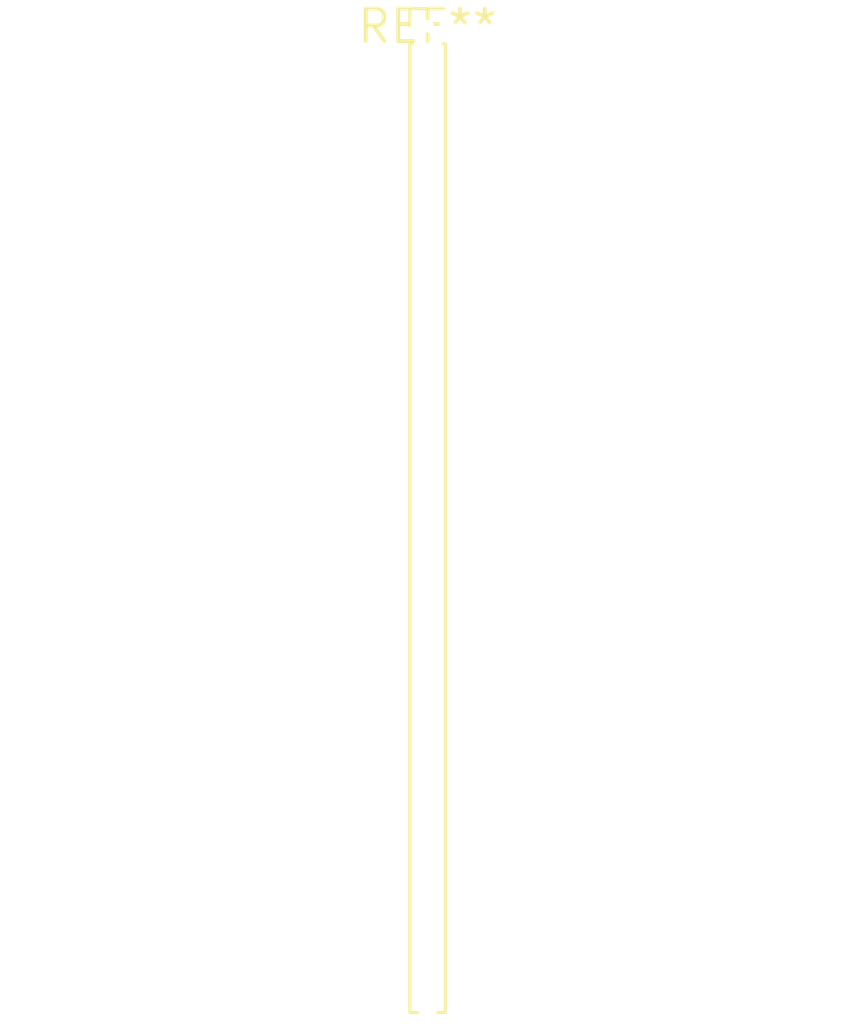
<source format=kicad_pcb>
(kicad_pcb (version 20240108) (generator pcbnew)
  (layers (0 "F.Cu" signal) (31 "B.Cu" signal) (34 "B.Paste" user) (35 "F.Paste" user) (36 "B.SilkS" user "B.Silkscreen") (37 "F.SilkS" user "F.Silkscreen") (38 "B.Mask" user) (39 "F.Mask" user) (44 "Edge.Cuts" user))
  (net 0 "")
  (footprint "PinHeader_1x39_P1.00mm_Vertical" (layer "F.Cu") (at 0 0)
    (property "Reference" "REF**")
    (property "Value" "PinHeader_1x39_P1.00mm_Vertical")
    (fp_line (start -0.695 -0.685) (end 0 -0.685) (layer "F.SilkS") (stroke (width 0.12)))
    (fp_line (start -0.695 0) (end -0.695 -0.685) (layer "F.SilkS") (stroke (width 0.12)))
    (fp_line (start -0.695 0.685) (end -0.695 38.56) (layer "F.SilkS") (stroke (width 0.12)))
    (fp_line (start -0.695 0.685) (end -0.608276 0.685) (layer "F.SilkS") (stroke (width 0.12)))
    (fp_line (start -0.695 38.56) (end -0.394493 38.56) (layer "F.SilkS") (stroke (width 0.12)))
    (fp_line (start 0.394493 38.56) (end 0.695 38.56) (layer "F.SilkS") (stroke (width 0.12)))
    (fp_line (start 0.608276 0.685) (end 0.695 0.685) (layer "F.SilkS") (stroke (width 0.12)))
    (fp_line (start 0.695 0.685) (end 0.695 38.56) (layer "F.SilkS") (stroke (width 0.12)))
    (pad "1" thru_hole rect (at 0 0) (size 0.85 0.85) (drill 0.5) (layers *.Cu *.Mask) (remove_unused_layers))
    (pad "2" thru_hole oval (at 0 1) (size 0.85 0.85) (drill 0.5) (layers *.Cu *.Mask) (remove_unused_layers))
    (pad "3" thru_hole oval (at 0 2) (size 0.85 0.85) (drill 0.5) (layers *.Cu *.Mask) (remove_unused_layers))
    (pad "4" thru_hole oval (at 0 3) (size 0.85 0.85) (drill 0.5) (layers *.Cu *.Mask) (remove_unused_layers))
    (pad "5" thru_hole oval (at 0 4) (size 0.85 0.85) (drill 0.5) (layers *.Cu *.Mask) (remove_unused_layers))
    (pad "6" thru_hole oval (at 0 5) (size 0.85 0.85) (drill 0.5) (layers *.Cu *.Mask) (remove_unused_layers))
    (pad "7" thru_hole oval (at 0 6) (size 0.85 0.85) (drill 0.5) (layers *.Cu *.Mask) (remove_unused_layers))
    (pad "8" thru_hole oval (at 0 7) (size 0.85 0.85) (drill 0.5) (layers *.Cu *.Mask) (remove_unused_layers))
    (pad "9" thru_hole oval (at 0 8) (size 0.85 0.85) (drill 0.5) (layers *.Cu *.Mask) (remove_unused_layers))
    (pad "10" thru_hole oval (at 0 9) (size 0.85 0.85) (drill 0.5) (layers *.Cu *.Mask) (remove_unused_layers))
    (pad "11" thru_hole oval (at 0 10) (size 0.85 0.85) (drill 0.5) (layers *.Cu *.Mask) (remove_unused_layers))
    (pad "12" thru_hole oval (at 0 11) (size 0.85 0.85) (drill 0.5) (layers *.Cu *.Mask) (remove_unused_layers))
    (pad "13" thru_hole oval (at 0 12) (size 0.85 0.85) (drill 0.5) (layers *.Cu *.Mask) (remove_unused_layers))
    (pad "14" thru_hole oval (at 0 13) (size 0.85 0.85) (drill 0.5) (layers *.Cu *.Mask) (remove_unused_layers))
    (pad "15" thru_hole oval (at 0 14) (size 0.85 0.85) (drill 0.5) (layers *.Cu *.Mask) (remove_unused_layers))
    (pad "16" thru_hole oval (at 0 15) (size 0.85 0.85) (drill 0.5) (layers *.Cu *.Mask) (remove_unused_layers))
    (pad "17" thru_hole oval (at 0 16) (size 0.85 0.85) (drill 0.5) (layers *.Cu *.Mask) (remove_unused_layers))
    (pad "18" thru_hole oval (at 0 17) (size 0.85 0.85) (drill 0.5) (layers *.Cu *.Mask) (remove_unused_layers))
    (pad "19" thru_hole oval (at 0 18) (size 0.85 0.85) (drill 0.5) (layers *.Cu *.Mask) (remove_unused_layers))
    (pad "20" thru_hole oval (at 0 19) (size 0.85 0.85) (drill 0.5) (layers *.Cu *.Mask) (remove_unused_layers))
    (pad "21" thru_hole oval (at 0 20) (size 0.85 0.85) (drill 0.5) (layers *.Cu *.Mask) (remove_unused_layers))
    (pad "22" thru_hole oval (at 0 21) (size 0.85 0.85) (drill 0.5) (layers *.Cu *.Mask) (remove_unused_layers))
    (pad "23" thru_hole oval (at 0 22) (size 0.85 0.85) (drill 0.5) (layers *.Cu *.Mask) (remove_unused_layers))
    (pad "24" thru_hole oval (at 0 23) (size 0.85 0.85) (drill 0.5) (layers *.Cu *.Mask) (remove_unused_layers))
    (pad "25" thru_hole oval (at 0 24) (size 0.85 0.85) (drill 0.5) (layers *.Cu *.Mask) (remove_unused_layers))
    (pad "26" thru_hole oval (at 0 25) (size 0.85 0.85) (drill 0.5) (layers *.Cu *.Mask) (remove_unused_layers))
    (pad "27" thru_hole oval (at 0 26) (size 0.85 0.85) (drill 0.5) (layers *.Cu *.Mask) (remove_unused_layers))
    (pad "28" thru_hole oval (at 0 27) (size 0.85 0.85) (drill 0.5) (layers *.Cu *.Mask) (remove_unused_layers))
    (pad "29" thru_hole oval (at 0 28) (size 0.85 0.85) (drill 0.5) (layers *.Cu *.Mask) (remove_unused_layers))
    (pad "30" thru_hole oval (at 0 29) (size 0.85 0.85) (drill 0.5) (layers *.Cu *.Mask) (remove_unused_layers))
    (pad "31" thru_hole oval (at 0 30) (size 0.85 0.85) (drill 0.5) (layers *.Cu *.Mask) (remove_unused_layers))
    (pad "32" thru_hole oval (at 0 31) (size 0.85 0.85) (drill 0.5) (layers *.Cu *.Mask) (remove_unused_layers))
    (pad "33" thru_hole oval (at 0 32) (size 0.85 0.85) (drill 0.5) (layers *.Cu *.Mask) (remove_unused_layers))
    (pad "34" thru_hole oval (at 0 33) (size 0.85 0.85) (drill 0.5) (layers *.Cu *.Mask) (remove_unused_layers))
    (pad "35" thru_hole oval (at 0 34) (size 0.85 0.85) (drill 0.5) (layers *.Cu *.Mask) (remove_unused_layers))
    (pad "36" thru_hole oval (at 0 35) (size 0.85 0.85) (drill 0.5) (layers *.Cu *.Mask) (remove_unused_layers))
    (pad "37" thru_hole oval (at 0 36) (size 0.85 0.85) (drill 0.5) (layers *.Cu *.Mask) (remove_unused_layers))
    (pad "38" thru_hole oval (at 0 37) (size 0.85 0.85) (drill 0.5) (layers *.Cu *.Mask) (remove_unused_layers))
    (pad "39" thru_hole oval (at 0 38) (size 0.85 0.85) (drill 0.5) (layers *.Cu *.Mask) (remove_unused_layers))
  )
)
</source>
